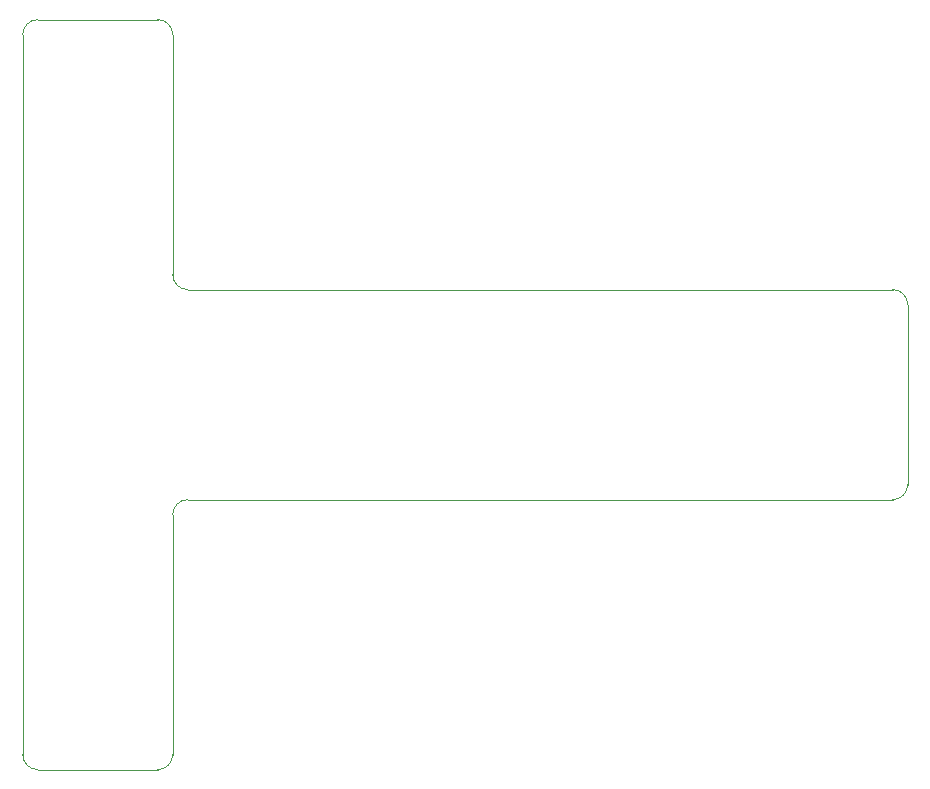
<source format=gbr>
%TF.GenerationSoftware,KiCad,Pcbnew,(6.0.6)*%
%TF.CreationDate,2022-09-05T21:43:04-07:00*%
%TF.ProjectId,core-bb,636f7265-2d62-4622-9e6b-696361645f70,rev?*%
%TF.SameCoordinates,Original*%
%TF.FileFunction,Profile,NP*%
%FSLAX46Y46*%
G04 Gerber Fmt 4.6, Leading zero omitted, Abs format (unit mm)*
G04 Created by KiCad (PCBNEW (6.0.6)) date 2022-09-05 21:43:04*
%MOMM*%
%LPD*%
G01*
G04 APERTURE LIST*
%TA.AperFunction,Profile*%
%ADD10C,0.100000*%
%TD*%
G04 APERTURE END LIST*
D10*
X182880000Y-71120000D02*
X182880000Y-91440000D01*
X171450000Y-69850000D02*
X181610000Y-69850000D01*
X170180000Y-132080000D02*
X170180000Y-71120000D01*
X181610000Y-133350000D02*
X171450000Y-133350000D01*
X182880000Y-111760000D02*
X182880000Y-132080000D01*
X243840000Y-110490000D02*
X184150000Y-110490000D01*
X245110000Y-93980000D02*
X245110000Y-109220000D01*
X184150000Y-92710000D02*
X243840000Y-92710000D01*
X182880000Y-91440000D02*
G75*
G03*
X184150000Y-92710000I1270000J0D01*
G01*
X182880000Y-71120000D02*
G75*
G03*
X181610000Y-69850000I-1270000J0D01*
G01*
X171450000Y-69850000D02*
G75*
G03*
X170180000Y-71120000I0J-1270000D01*
G01*
X170180000Y-132080000D02*
G75*
G03*
X171450000Y-133350000I1270000J0D01*
G01*
X181610000Y-133350000D02*
G75*
G03*
X182880000Y-132080000I0J1270000D01*
G01*
X184150000Y-110490000D02*
G75*
G03*
X182880000Y-111760000I0J-1270000D01*
G01*
X243840000Y-110490000D02*
G75*
G03*
X245110000Y-109220000I0J1270000D01*
G01*
X245110000Y-93980000D02*
G75*
G03*
X243840000Y-92710000I-1270000J0D01*
G01*
M02*

</source>
